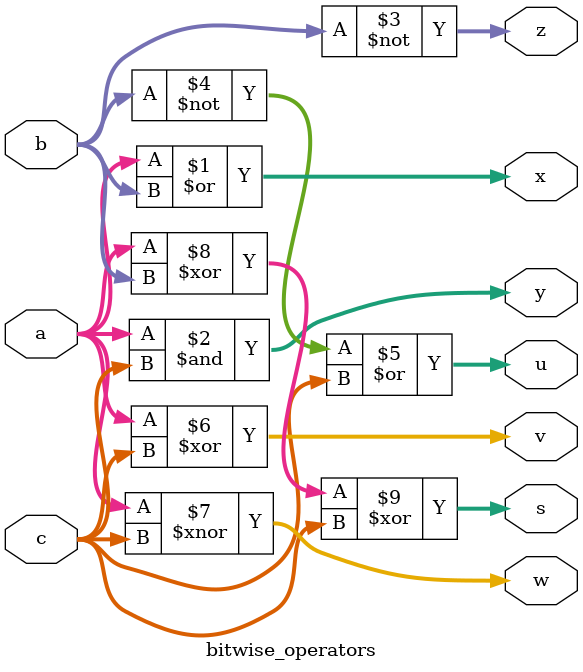
<source format=v>
`timescale 1ns / 1ps
module bitwise_operators(input [3:0]a,b,c, output [3:0]s,u,v,w,x,y,z);

assign x= a|b;
assign y= a&c;
assign z= ~b;
assign u= ~b|c;
assign v= a^(c);
assign w= a~^(c);
assign s= a^b^(c);

endmodule

</source>
